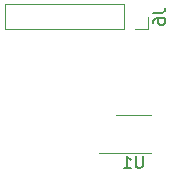
<source format=gbr>
%TF.GenerationSoftware,KiCad,Pcbnew,(6.0.9)*%
%TF.CreationDate,2023-10-13T22:04:35+03:00*%
%TF.ProjectId,ULV,554c562e-6b69-4636-9164-5f7063625858,rev?*%
%TF.SameCoordinates,Original*%
%TF.FileFunction,Legend,Bot*%
%TF.FilePolarity,Positive*%
%FSLAX46Y46*%
G04 Gerber Fmt 4.6, Leading zero omitted, Abs format (unit mm)*
G04 Created by KiCad (PCBNEW (6.0.9)) date 2023-10-13 22:04:35*
%MOMM*%
%LPD*%
G01*
G04 APERTURE LIST*
%ADD10C,0.150000*%
%ADD11C,0.120000*%
G04 APERTURE END LIST*
D10*
%TO.C,U1*%
X142493904Y-86738380D02*
X142493904Y-87547904D01*
X142446285Y-87643142D01*
X142398666Y-87690761D01*
X142303428Y-87738380D01*
X142112952Y-87738380D01*
X142017714Y-87690761D01*
X141970095Y-87643142D01*
X141922476Y-87547904D01*
X141922476Y-86738380D01*
X140922476Y-87738380D02*
X141493904Y-87738380D01*
X141208190Y-87738380D02*
X141208190Y-86738380D01*
X141303428Y-86881238D01*
X141398666Y-86976476D01*
X141493904Y-87024095D01*
%TO.C,J6*%
X143402380Y-74596666D02*
X144116666Y-74596666D01*
X144259523Y-74549047D01*
X144354761Y-74453809D01*
X144402380Y-74310952D01*
X144402380Y-74215714D01*
X143402380Y-75501428D02*
X143402380Y-75310952D01*
X143450000Y-75215714D01*
X143497619Y-75168095D01*
X143640476Y-75072857D01*
X143830952Y-75025238D01*
X144211904Y-75025238D01*
X144307142Y-75072857D01*
X144354761Y-75120476D01*
X144402380Y-75215714D01*
X144402380Y-75406190D01*
X144354761Y-75501428D01*
X144307142Y-75549047D01*
X144211904Y-75596666D01*
X143973809Y-75596666D01*
X143878571Y-75549047D01*
X143830952Y-75501428D01*
X143783333Y-75406190D01*
X143783333Y-75215714D01*
X143830952Y-75120476D01*
X143878571Y-75072857D01*
X143973809Y-75025238D01*
D11*
%TO.C,U1*%
X141732000Y-86446000D02*
X138807000Y-86446000D01*
X141732000Y-83226000D02*
X143232000Y-83226000D01*
X141732000Y-86446000D02*
X143232000Y-86446000D01*
X141732000Y-83226000D02*
X140232000Y-83226000D01*
%TO.C,J6*%
X142950000Y-75990000D02*
X142950000Y-74930000D01*
X140890000Y-75990000D02*
X140890000Y-73870000D01*
X141890000Y-75990000D02*
X142950000Y-75990000D01*
X140890000Y-73870000D02*
X130830000Y-73870000D01*
X130830000Y-75990000D02*
X130830000Y-73870000D01*
X140890000Y-75990000D02*
X130830000Y-75990000D01*
%TD*%
M02*

</source>
